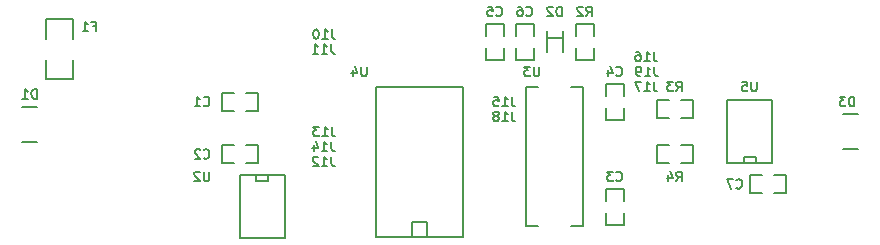
<source format=gbr>
G04 #@! TF.GenerationSoftware,KiCad,Pcbnew,5.0.0-fee4fd1~66~ubuntu16.04.1*
G04 #@! TF.CreationDate,2018-09-26T21:25:10+02:00*
G04 #@! TF.ProjectId,bus-splitter,6275732D73706C69747465722E6B6963,A*
G04 #@! TF.SameCoordinates,Original*
G04 #@! TF.FileFunction,Legend,Bot*
G04 #@! TF.FilePolarity,Positive*
%FSLAX46Y46*%
G04 Gerber Fmt 4.6, Leading zero omitted, Abs format (unit mm)*
G04 Created by KiCad (PCBNEW 5.0.0-fee4fd1~66~ubuntu16.04.1) date Wed Sep 26 21:25:10 2018*
%MOMM*%
%LPD*%
G01*
G04 APERTURE LIST*
%ADD10C,0.150000*%
G04 APERTURE END LIST*
D10*
G04 #@! TO.C,C1*
X128016000Y-84582000D02*
X129032000Y-84582000D01*
X128016000Y-83058000D02*
X128016000Y-84582000D01*
X129032000Y-83058000D02*
X128016000Y-83058000D01*
X131064000Y-83058000D02*
X130048000Y-83058000D01*
X131064000Y-84582000D02*
X131064000Y-83058000D01*
X130048000Y-84582000D02*
X131064000Y-84582000D01*
G04 #@! TO.C,C2*
X128016000Y-89027000D02*
X129032000Y-89027000D01*
X128016000Y-87503000D02*
X128016000Y-89027000D01*
X129032000Y-87503000D02*
X128016000Y-87503000D01*
X131064000Y-87503000D02*
X130048000Y-87503000D01*
X131064000Y-89027000D02*
X131064000Y-87503000D01*
X130048000Y-89027000D02*
X131064000Y-89027000D01*
G04 #@! TO.C,C3*
X160528000Y-91186000D02*
X160528000Y-92202000D01*
X162052000Y-91186000D02*
X160528000Y-91186000D01*
X162052000Y-92202000D02*
X162052000Y-91186000D01*
X162052000Y-94234000D02*
X162052000Y-93218000D01*
X160528000Y-94234000D02*
X162052000Y-94234000D01*
X160528000Y-93218000D02*
X160528000Y-94234000D01*
G04 #@! TO.C,C4*
X162052000Y-85344000D02*
X162052000Y-84328000D01*
X160528000Y-85344000D02*
X162052000Y-85344000D01*
X160528000Y-84328000D02*
X160528000Y-85344000D01*
X160528000Y-82296000D02*
X160528000Y-83312000D01*
X162052000Y-82296000D02*
X160528000Y-82296000D01*
X162052000Y-83312000D02*
X162052000Y-82296000D01*
G04 #@! TO.C,C5*
X151892000Y-80264000D02*
X151892000Y-79248000D01*
X150368000Y-80264000D02*
X151892000Y-80264000D01*
X150368000Y-79248000D02*
X150368000Y-80264000D01*
X150368000Y-77216000D02*
X150368000Y-78232000D01*
X151892000Y-77216000D02*
X150368000Y-77216000D01*
X151892000Y-78232000D02*
X151892000Y-77216000D01*
G04 #@! TO.C,C6*
X152908000Y-77216000D02*
X152908000Y-78232000D01*
X154432000Y-77216000D02*
X152908000Y-77216000D01*
X154432000Y-78232000D02*
X154432000Y-77216000D01*
X154432000Y-80264000D02*
X154432000Y-79248000D01*
X152908000Y-80264000D02*
X154432000Y-80264000D01*
X152908000Y-79248000D02*
X152908000Y-80264000D01*
G04 #@! TO.C,C7*
X175831500Y-90043000D02*
X174815500Y-90043000D01*
X175831500Y-91567000D02*
X175831500Y-90043000D01*
X174815500Y-91567000D02*
X175831500Y-91567000D01*
X172783500Y-91567000D02*
X173799500Y-91567000D01*
X172783500Y-90043000D02*
X172783500Y-91567000D01*
X173799500Y-90043000D02*
X172783500Y-90043000D01*
G04 #@! TO.C,D1*
X111110000Y-84225000D02*
X112410000Y-84225000D01*
X111110000Y-87225000D02*
X112410000Y-87225000D01*
G04 #@! TO.C,D2*
X155534360Y-77840840D02*
X155534360Y-79639160D01*
X156885640Y-79639160D02*
X156885640Y-77840840D01*
X156885640Y-78389480D02*
X155534360Y-78389480D01*
G04 #@! TO.C,D3*
X181940000Y-87860000D02*
X180640000Y-87860000D01*
X181940000Y-84860000D02*
X180640000Y-84860000D01*
G04 #@! TO.C,F1*
X115443000Y-80264000D02*
X115443000Y-81915000D01*
X113157000Y-76835000D02*
X113157000Y-78486000D01*
X115443000Y-76835000D02*
X113157000Y-76835000D01*
X115443000Y-78486000D02*
X115443000Y-76835000D01*
X113157000Y-81915000D02*
X113157000Y-80264000D01*
X115443000Y-81915000D02*
X113157000Y-81915000D01*
G04 #@! TO.C,R2*
X159512000Y-80264000D02*
X159512000Y-79248000D01*
X157988000Y-80264000D02*
X159512000Y-80264000D01*
X157988000Y-79248000D02*
X157988000Y-80264000D01*
X157988000Y-77216000D02*
X157988000Y-78232000D01*
X159512000Y-77216000D02*
X157988000Y-77216000D01*
X159512000Y-78232000D02*
X159512000Y-77216000D01*
G04 #@! TO.C,R3*
X167894000Y-83693000D02*
X166878000Y-83693000D01*
X167894000Y-85217000D02*
X167894000Y-83693000D01*
X166878000Y-85217000D02*
X167894000Y-85217000D01*
X164846000Y-85217000D02*
X165862000Y-85217000D01*
X164846000Y-83693000D02*
X164846000Y-85217000D01*
X165862000Y-83693000D02*
X164846000Y-83693000D01*
G04 #@! TO.C,R4*
X167894000Y-87503000D02*
X166878000Y-87503000D01*
X167894000Y-89027000D02*
X167894000Y-87503000D01*
X166878000Y-89027000D02*
X167894000Y-89027000D01*
X164846000Y-89027000D02*
X165862000Y-89027000D01*
X164846000Y-87503000D02*
X164846000Y-89027000D01*
X165862000Y-87503000D02*
X164846000Y-87503000D01*
G04 #@! TO.C,U2*
X129540000Y-95377000D02*
X133350000Y-95377000D01*
X131953000Y-90551000D02*
X131953000Y-90043000D01*
X130937000Y-90551000D02*
X131953000Y-90551000D01*
X130937000Y-90043000D02*
X130937000Y-90551000D01*
X129540000Y-90043000D02*
X133223000Y-90043000D01*
X129540000Y-95377000D02*
X129540000Y-90043000D01*
X133350000Y-90043000D02*
X133350000Y-95377000D01*
X133223000Y-90043000D02*
X133350000Y-90043000D01*
G04 #@! TO.C,U3*
X153809700Y-94361000D02*
X153809700Y-82560160D01*
X158610300Y-82560160D02*
X158610300Y-94361000D01*
X158610300Y-94361000D02*
X157609540Y-94361000D01*
X153809700Y-94361000D02*
X154810460Y-94361000D01*
X153809700Y-82560160D02*
X154810460Y-82560160D01*
X158610300Y-82560160D02*
X157609540Y-82560160D01*
G04 #@! TO.C,U4*
X144145000Y-93980000D02*
X144145000Y-95250000D01*
X145415000Y-93980000D02*
X144145000Y-93980000D01*
X145415000Y-95250000D02*
X145415000Y-93980000D01*
X148463000Y-95250000D02*
X148463000Y-82550000D01*
X141097000Y-82550000D02*
X141097000Y-95250000D01*
X148463000Y-95250000D02*
X141097000Y-95250000D01*
X141097000Y-82550000D02*
X148463000Y-82550000D01*
G04 #@! TO.C,U5*
X174625000Y-83693000D02*
X170815000Y-83693000D01*
X172212000Y-88519000D02*
X172212000Y-89027000D01*
X173228000Y-88519000D02*
X172212000Y-88519000D01*
X173228000Y-89027000D02*
X173228000Y-88519000D01*
X174625000Y-89027000D02*
X170942000Y-89027000D01*
X174625000Y-83693000D02*
X174625000Y-89027000D01*
X170815000Y-89027000D02*
X170815000Y-83693000D01*
X170942000Y-89027000D02*
X170815000Y-89027000D01*
G04 #@! TO.C,C1*
X126498333Y-84105714D02*
X126536428Y-84143809D01*
X126650714Y-84181904D01*
X126726904Y-84181904D01*
X126841190Y-84143809D01*
X126917380Y-84067619D01*
X126955476Y-83991428D01*
X126993571Y-83839047D01*
X126993571Y-83724761D01*
X126955476Y-83572380D01*
X126917380Y-83496190D01*
X126841190Y-83420000D01*
X126726904Y-83381904D01*
X126650714Y-83381904D01*
X126536428Y-83420000D01*
X126498333Y-83458095D01*
X125736428Y-84181904D02*
X126193571Y-84181904D01*
X125965000Y-84181904D02*
X125965000Y-83381904D01*
X126041190Y-83496190D01*
X126117380Y-83572380D01*
X126193571Y-83610476D01*
G04 #@! TO.C,C2*
X126498333Y-88550714D02*
X126536428Y-88588809D01*
X126650714Y-88626904D01*
X126726904Y-88626904D01*
X126841190Y-88588809D01*
X126917380Y-88512619D01*
X126955476Y-88436428D01*
X126993571Y-88284047D01*
X126993571Y-88169761D01*
X126955476Y-88017380D01*
X126917380Y-87941190D01*
X126841190Y-87865000D01*
X126726904Y-87826904D01*
X126650714Y-87826904D01*
X126536428Y-87865000D01*
X126498333Y-87903095D01*
X126193571Y-87903095D02*
X126155476Y-87865000D01*
X126079285Y-87826904D01*
X125888809Y-87826904D01*
X125812619Y-87865000D01*
X125774523Y-87903095D01*
X125736428Y-87979285D01*
X125736428Y-88055476D01*
X125774523Y-88169761D01*
X126231666Y-88626904D01*
X125736428Y-88626904D01*
G04 #@! TO.C,C3*
X161423333Y-90455714D02*
X161461428Y-90493809D01*
X161575714Y-90531904D01*
X161651904Y-90531904D01*
X161766190Y-90493809D01*
X161842380Y-90417619D01*
X161880476Y-90341428D01*
X161918571Y-90189047D01*
X161918571Y-90074761D01*
X161880476Y-89922380D01*
X161842380Y-89846190D01*
X161766190Y-89770000D01*
X161651904Y-89731904D01*
X161575714Y-89731904D01*
X161461428Y-89770000D01*
X161423333Y-89808095D01*
X161156666Y-89731904D02*
X160661428Y-89731904D01*
X160928095Y-90036666D01*
X160813809Y-90036666D01*
X160737619Y-90074761D01*
X160699523Y-90112857D01*
X160661428Y-90189047D01*
X160661428Y-90379523D01*
X160699523Y-90455714D01*
X160737619Y-90493809D01*
X160813809Y-90531904D01*
X161042380Y-90531904D01*
X161118571Y-90493809D01*
X161156666Y-90455714D01*
G04 #@! TO.C,C4*
X161423333Y-81565714D02*
X161461428Y-81603809D01*
X161575714Y-81641904D01*
X161651904Y-81641904D01*
X161766190Y-81603809D01*
X161842380Y-81527619D01*
X161880476Y-81451428D01*
X161918571Y-81299047D01*
X161918571Y-81184761D01*
X161880476Y-81032380D01*
X161842380Y-80956190D01*
X161766190Y-80880000D01*
X161651904Y-80841904D01*
X161575714Y-80841904D01*
X161461428Y-80880000D01*
X161423333Y-80918095D01*
X160737619Y-81108571D02*
X160737619Y-81641904D01*
X160928095Y-80803809D02*
X161118571Y-81375238D01*
X160623333Y-81375238D01*
G04 #@! TO.C,C5*
X151263333Y-76485714D02*
X151301428Y-76523809D01*
X151415714Y-76561904D01*
X151491904Y-76561904D01*
X151606190Y-76523809D01*
X151682380Y-76447619D01*
X151720476Y-76371428D01*
X151758571Y-76219047D01*
X151758571Y-76104761D01*
X151720476Y-75952380D01*
X151682380Y-75876190D01*
X151606190Y-75800000D01*
X151491904Y-75761904D01*
X151415714Y-75761904D01*
X151301428Y-75800000D01*
X151263333Y-75838095D01*
X150539523Y-75761904D02*
X150920476Y-75761904D01*
X150958571Y-76142857D01*
X150920476Y-76104761D01*
X150844285Y-76066666D01*
X150653809Y-76066666D01*
X150577619Y-76104761D01*
X150539523Y-76142857D01*
X150501428Y-76219047D01*
X150501428Y-76409523D01*
X150539523Y-76485714D01*
X150577619Y-76523809D01*
X150653809Y-76561904D01*
X150844285Y-76561904D01*
X150920476Y-76523809D01*
X150958571Y-76485714D01*
G04 #@! TO.C,C6*
X153803333Y-76485714D02*
X153841428Y-76523809D01*
X153955714Y-76561904D01*
X154031904Y-76561904D01*
X154146190Y-76523809D01*
X154222380Y-76447619D01*
X154260476Y-76371428D01*
X154298571Y-76219047D01*
X154298571Y-76104761D01*
X154260476Y-75952380D01*
X154222380Y-75876190D01*
X154146190Y-75800000D01*
X154031904Y-75761904D01*
X153955714Y-75761904D01*
X153841428Y-75800000D01*
X153803333Y-75838095D01*
X153117619Y-75761904D02*
X153270000Y-75761904D01*
X153346190Y-75800000D01*
X153384285Y-75838095D01*
X153460476Y-75952380D01*
X153498571Y-76104761D01*
X153498571Y-76409523D01*
X153460476Y-76485714D01*
X153422380Y-76523809D01*
X153346190Y-76561904D01*
X153193809Y-76561904D01*
X153117619Y-76523809D01*
X153079523Y-76485714D01*
X153041428Y-76409523D01*
X153041428Y-76219047D01*
X153079523Y-76142857D01*
X153117619Y-76104761D01*
X153193809Y-76066666D01*
X153346190Y-76066666D01*
X153422380Y-76104761D01*
X153460476Y-76142857D01*
X153498571Y-76219047D01*
G04 #@! TO.C,C7*
X171583333Y-91090714D02*
X171621428Y-91128809D01*
X171735714Y-91166904D01*
X171811904Y-91166904D01*
X171926190Y-91128809D01*
X172002380Y-91052619D01*
X172040476Y-90976428D01*
X172078571Y-90824047D01*
X172078571Y-90709761D01*
X172040476Y-90557380D01*
X172002380Y-90481190D01*
X171926190Y-90405000D01*
X171811904Y-90366904D01*
X171735714Y-90366904D01*
X171621428Y-90405000D01*
X171583333Y-90443095D01*
X171316666Y-90366904D02*
X170783333Y-90366904D01*
X171126190Y-91166904D01*
G04 #@! TO.C,D1*
X112350476Y-83546904D02*
X112350476Y-82746904D01*
X112160000Y-82746904D01*
X112045714Y-82785000D01*
X111969523Y-82861190D01*
X111931428Y-82937380D01*
X111893333Y-83089761D01*
X111893333Y-83204047D01*
X111931428Y-83356428D01*
X111969523Y-83432619D01*
X112045714Y-83508809D01*
X112160000Y-83546904D01*
X112350476Y-83546904D01*
X111131428Y-83546904D02*
X111588571Y-83546904D01*
X111360000Y-83546904D02*
X111360000Y-82746904D01*
X111436190Y-82861190D01*
X111512380Y-82937380D01*
X111588571Y-82975476D01*
G04 #@! TO.C,D2*
X156800476Y-76561904D02*
X156800476Y-75761904D01*
X156610000Y-75761904D01*
X156495714Y-75800000D01*
X156419523Y-75876190D01*
X156381428Y-75952380D01*
X156343333Y-76104761D01*
X156343333Y-76219047D01*
X156381428Y-76371428D01*
X156419523Y-76447619D01*
X156495714Y-76523809D01*
X156610000Y-76561904D01*
X156800476Y-76561904D01*
X156038571Y-75838095D02*
X156000476Y-75800000D01*
X155924285Y-75761904D01*
X155733809Y-75761904D01*
X155657619Y-75800000D01*
X155619523Y-75838095D01*
X155581428Y-75914285D01*
X155581428Y-75990476D01*
X155619523Y-76104761D01*
X156076666Y-76561904D01*
X155581428Y-76561904D01*
G04 #@! TO.C,D3*
X181565476Y-84181904D02*
X181565476Y-83381904D01*
X181375000Y-83381904D01*
X181260714Y-83420000D01*
X181184523Y-83496190D01*
X181146428Y-83572380D01*
X181108333Y-83724761D01*
X181108333Y-83839047D01*
X181146428Y-83991428D01*
X181184523Y-84067619D01*
X181260714Y-84143809D01*
X181375000Y-84181904D01*
X181565476Y-84181904D01*
X180841666Y-83381904D02*
X180346428Y-83381904D01*
X180613095Y-83686666D01*
X180498809Y-83686666D01*
X180422619Y-83724761D01*
X180384523Y-83762857D01*
X180346428Y-83839047D01*
X180346428Y-84029523D01*
X180384523Y-84105714D01*
X180422619Y-84143809D01*
X180498809Y-84181904D01*
X180727380Y-84181904D01*
X180803571Y-84143809D01*
X180841666Y-84105714D01*
G04 #@! TO.C,F1*
X117106666Y-77412857D02*
X117373333Y-77412857D01*
X117373333Y-77831904D02*
X117373333Y-77031904D01*
X116992380Y-77031904D01*
X116268571Y-77831904D02*
X116725714Y-77831904D01*
X116497142Y-77831904D02*
X116497142Y-77031904D01*
X116573333Y-77146190D01*
X116649523Y-77222380D01*
X116725714Y-77260476D01*
G04 #@! TO.C,R2*
X158883333Y-76561904D02*
X159150000Y-76180952D01*
X159340476Y-76561904D02*
X159340476Y-75761904D01*
X159035714Y-75761904D01*
X158959523Y-75800000D01*
X158921428Y-75838095D01*
X158883333Y-75914285D01*
X158883333Y-76028571D01*
X158921428Y-76104761D01*
X158959523Y-76142857D01*
X159035714Y-76180952D01*
X159340476Y-76180952D01*
X158578571Y-75838095D02*
X158540476Y-75800000D01*
X158464285Y-75761904D01*
X158273809Y-75761904D01*
X158197619Y-75800000D01*
X158159523Y-75838095D01*
X158121428Y-75914285D01*
X158121428Y-75990476D01*
X158159523Y-76104761D01*
X158616666Y-76561904D01*
X158121428Y-76561904D01*
G04 #@! TO.C,R3*
X166503333Y-82911904D02*
X166770000Y-82530952D01*
X166960476Y-82911904D02*
X166960476Y-82111904D01*
X166655714Y-82111904D01*
X166579523Y-82150000D01*
X166541428Y-82188095D01*
X166503333Y-82264285D01*
X166503333Y-82378571D01*
X166541428Y-82454761D01*
X166579523Y-82492857D01*
X166655714Y-82530952D01*
X166960476Y-82530952D01*
X166236666Y-82111904D02*
X165741428Y-82111904D01*
X166008095Y-82416666D01*
X165893809Y-82416666D01*
X165817619Y-82454761D01*
X165779523Y-82492857D01*
X165741428Y-82569047D01*
X165741428Y-82759523D01*
X165779523Y-82835714D01*
X165817619Y-82873809D01*
X165893809Y-82911904D01*
X166122380Y-82911904D01*
X166198571Y-82873809D01*
X166236666Y-82835714D01*
G04 #@! TO.C,R4*
X166503333Y-90531904D02*
X166770000Y-90150952D01*
X166960476Y-90531904D02*
X166960476Y-89731904D01*
X166655714Y-89731904D01*
X166579523Y-89770000D01*
X166541428Y-89808095D01*
X166503333Y-89884285D01*
X166503333Y-89998571D01*
X166541428Y-90074761D01*
X166579523Y-90112857D01*
X166655714Y-90150952D01*
X166960476Y-90150952D01*
X165817619Y-89998571D02*
X165817619Y-90531904D01*
X166008095Y-89693809D02*
X166198571Y-90265238D01*
X165703333Y-90265238D01*
G04 #@! TO.C,U2*
X126974523Y-89731904D02*
X126974523Y-90379523D01*
X126936428Y-90455714D01*
X126898333Y-90493809D01*
X126822142Y-90531904D01*
X126669761Y-90531904D01*
X126593571Y-90493809D01*
X126555476Y-90455714D01*
X126517380Y-90379523D01*
X126517380Y-89731904D01*
X126174523Y-89808095D02*
X126136428Y-89770000D01*
X126060238Y-89731904D01*
X125869761Y-89731904D01*
X125793571Y-89770000D01*
X125755476Y-89808095D01*
X125717380Y-89884285D01*
X125717380Y-89960476D01*
X125755476Y-90074761D01*
X126212619Y-90531904D01*
X125717380Y-90531904D01*
G04 #@! TO.C,U3*
X154914523Y-80841904D02*
X154914523Y-81489523D01*
X154876428Y-81565714D01*
X154838333Y-81603809D01*
X154762142Y-81641904D01*
X154609761Y-81641904D01*
X154533571Y-81603809D01*
X154495476Y-81565714D01*
X154457380Y-81489523D01*
X154457380Y-80841904D01*
X154152619Y-80841904D02*
X153657380Y-80841904D01*
X153924047Y-81146666D01*
X153809761Y-81146666D01*
X153733571Y-81184761D01*
X153695476Y-81222857D01*
X153657380Y-81299047D01*
X153657380Y-81489523D01*
X153695476Y-81565714D01*
X153733571Y-81603809D01*
X153809761Y-81641904D01*
X154038333Y-81641904D01*
X154114523Y-81603809D01*
X154152619Y-81565714D01*
G04 #@! TO.C,U4*
X140309523Y-80841904D02*
X140309523Y-81489523D01*
X140271428Y-81565714D01*
X140233333Y-81603809D01*
X140157142Y-81641904D01*
X140004761Y-81641904D01*
X139928571Y-81603809D01*
X139890476Y-81565714D01*
X139852380Y-81489523D01*
X139852380Y-80841904D01*
X139128571Y-81108571D02*
X139128571Y-81641904D01*
X139319047Y-80803809D02*
X139509523Y-81375238D01*
X139014285Y-81375238D01*
G04 #@! TO.C,U5*
X173329523Y-82111904D02*
X173329523Y-82759523D01*
X173291428Y-82835714D01*
X173253333Y-82873809D01*
X173177142Y-82911904D01*
X173024761Y-82911904D01*
X172948571Y-82873809D01*
X172910476Y-82835714D01*
X172872380Y-82759523D01*
X172872380Y-82111904D01*
X172110476Y-82111904D02*
X172491428Y-82111904D01*
X172529523Y-82492857D01*
X172491428Y-82454761D01*
X172415238Y-82416666D01*
X172224761Y-82416666D01*
X172148571Y-82454761D01*
X172110476Y-82492857D01*
X172072380Y-82569047D01*
X172072380Y-82759523D01*
X172110476Y-82835714D01*
X172148571Y-82873809D01*
X172224761Y-82911904D01*
X172415238Y-82911904D01*
X172491428Y-82873809D01*
X172529523Y-82835714D01*
G04 #@! TO.C,J10*
X137349619Y-77666904D02*
X137349619Y-78238333D01*
X137387714Y-78352619D01*
X137463904Y-78428809D01*
X137578190Y-78466904D01*
X137654380Y-78466904D01*
X136549619Y-78466904D02*
X137006761Y-78466904D01*
X136778190Y-78466904D02*
X136778190Y-77666904D01*
X136854380Y-77781190D01*
X136930571Y-77857380D01*
X137006761Y-77895476D01*
X136054380Y-77666904D02*
X135978190Y-77666904D01*
X135902000Y-77705000D01*
X135863904Y-77743095D01*
X135825809Y-77819285D01*
X135787714Y-77971666D01*
X135787714Y-78162142D01*
X135825809Y-78314523D01*
X135863904Y-78390714D01*
X135902000Y-78428809D01*
X135978190Y-78466904D01*
X136054380Y-78466904D01*
X136130571Y-78428809D01*
X136168666Y-78390714D01*
X136206761Y-78314523D01*
X136244857Y-78162142D01*
X136244857Y-77971666D01*
X136206761Y-77819285D01*
X136168666Y-77743095D01*
X136130571Y-77705000D01*
X136054380Y-77666904D01*
G04 #@! TO.C,J11*
X137299619Y-78936904D02*
X137299619Y-79508333D01*
X137337714Y-79622619D01*
X137413904Y-79698809D01*
X137528190Y-79736904D01*
X137604380Y-79736904D01*
X136499619Y-79736904D02*
X136956761Y-79736904D01*
X136728190Y-79736904D02*
X136728190Y-78936904D01*
X136804380Y-79051190D01*
X136880571Y-79127380D01*
X136956761Y-79165476D01*
X135737714Y-79736904D02*
X136194857Y-79736904D01*
X135966285Y-79736904D02*
X135966285Y-78936904D01*
X136042476Y-79051190D01*
X136118666Y-79127380D01*
X136194857Y-79165476D01*
G04 #@! TO.C,J12*
X137299619Y-88461904D02*
X137299619Y-89033333D01*
X137337714Y-89147619D01*
X137413904Y-89223809D01*
X137528190Y-89261904D01*
X137604380Y-89261904D01*
X136499619Y-89261904D02*
X136956761Y-89261904D01*
X136728190Y-89261904D02*
X136728190Y-88461904D01*
X136804380Y-88576190D01*
X136880571Y-88652380D01*
X136956761Y-88690476D01*
X136194857Y-88538095D02*
X136156761Y-88500000D01*
X136080571Y-88461904D01*
X135890095Y-88461904D01*
X135813904Y-88500000D01*
X135775809Y-88538095D01*
X135737714Y-88614285D01*
X135737714Y-88690476D01*
X135775809Y-88804761D01*
X136232952Y-89261904D01*
X135737714Y-89261904D01*
G04 #@! TO.C,J13*
X137349619Y-85921904D02*
X137349619Y-86493333D01*
X137387714Y-86607619D01*
X137463904Y-86683809D01*
X137578190Y-86721904D01*
X137654380Y-86721904D01*
X136549619Y-86721904D02*
X137006761Y-86721904D01*
X136778190Y-86721904D02*
X136778190Y-85921904D01*
X136854380Y-86036190D01*
X136930571Y-86112380D01*
X137006761Y-86150476D01*
X136282952Y-85921904D02*
X135787714Y-85921904D01*
X136054380Y-86226666D01*
X135940095Y-86226666D01*
X135863904Y-86264761D01*
X135825809Y-86302857D01*
X135787714Y-86379047D01*
X135787714Y-86569523D01*
X135825809Y-86645714D01*
X135863904Y-86683809D01*
X135940095Y-86721904D01*
X136168666Y-86721904D01*
X136244857Y-86683809D01*
X136282952Y-86645714D01*
G04 #@! TO.C,J14*
X137299619Y-87191904D02*
X137299619Y-87763333D01*
X137337714Y-87877619D01*
X137413904Y-87953809D01*
X137528190Y-87991904D01*
X137604380Y-87991904D01*
X136499619Y-87991904D02*
X136956761Y-87991904D01*
X136728190Y-87991904D02*
X136728190Y-87191904D01*
X136804380Y-87306190D01*
X136880571Y-87382380D01*
X136956761Y-87420476D01*
X135813904Y-87458571D02*
X135813904Y-87991904D01*
X136004380Y-87153809D02*
X136194857Y-87725238D01*
X135699619Y-87725238D01*
G04 #@! TO.C,J15*
X152589619Y-83381904D02*
X152589619Y-83953333D01*
X152627714Y-84067619D01*
X152703904Y-84143809D01*
X152818190Y-84181904D01*
X152894380Y-84181904D01*
X151789619Y-84181904D02*
X152246761Y-84181904D01*
X152018190Y-84181904D02*
X152018190Y-83381904D01*
X152094380Y-83496190D01*
X152170571Y-83572380D01*
X152246761Y-83610476D01*
X151065809Y-83381904D02*
X151446761Y-83381904D01*
X151484857Y-83762857D01*
X151446761Y-83724761D01*
X151370571Y-83686666D01*
X151180095Y-83686666D01*
X151103904Y-83724761D01*
X151065809Y-83762857D01*
X151027714Y-83839047D01*
X151027714Y-84029523D01*
X151065809Y-84105714D01*
X151103904Y-84143809D01*
X151180095Y-84181904D01*
X151370571Y-84181904D01*
X151446761Y-84143809D01*
X151484857Y-84105714D01*
G04 #@! TO.C,J16*
X164604619Y-79571904D02*
X164604619Y-80143333D01*
X164642714Y-80257619D01*
X164718904Y-80333809D01*
X164833190Y-80371904D01*
X164909380Y-80371904D01*
X163804619Y-80371904D02*
X164261761Y-80371904D01*
X164033190Y-80371904D02*
X164033190Y-79571904D01*
X164109380Y-79686190D01*
X164185571Y-79762380D01*
X164261761Y-79800476D01*
X163118904Y-79571904D02*
X163271285Y-79571904D01*
X163347476Y-79610000D01*
X163385571Y-79648095D01*
X163461761Y-79762380D01*
X163499857Y-79914761D01*
X163499857Y-80219523D01*
X163461761Y-80295714D01*
X163423666Y-80333809D01*
X163347476Y-80371904D01*
X163195095Y-80371904D01*
X163118904Y-80333809D01*
X163080809Y-80295714D01*
X163042714Y-80219523D01*
X163042714Y-80029047D01*
X163080809Y-79952857D01*
X163118904Y-79914761D01*
X163195095Y-79876666D01*
X163347476Y-79876666D01*
X163423666Y-79914761D01*
X163461761Y-79952857D01*
X163499857Y-80029047D01*
G04 #@! TO.C,J17*
X164604619Y-82111904D02*
X164604619Y-82683333D01*
X164642714Y-82797619D01*
X164718904Y-82873809D01*
X164833190Y-82911904D01*
X164909380Y-82911904D01*
X163804619Y-82911904D02*
X164261761Y-82911904D01*
X164033190Y-82911904D02*
X164033190Y-82111904D01*
X164109380Y-82226190D01*
X164185571Y-82302380D01*
X164261761Y-82340476D01*
X163537952Y-82111904D02*
X163004619Y-82111904D01*
X163347476Y-82911904D01*
G04 #@! TO.C,J18*
X152589619Y-84651904D02*
X152589619Y-85223333D01*
X152627714Y-85337619D01*
X152703904Y-85413809D01*
X152818190Y-85451904D01*
X152894380Y-85451904D01*
X151789619Y-85451904D02*
X152246761Y-85451904D01*
X152018190Y-85451904D02*
X152018190Y-84651904D01*
X152094380Y-84766190D01*
X152170571Y-84842380D01*
X152246761Y-84880476D01*
X151332476Y-84994761D02*
X151408666Y-84956666D01*
X151446761Y-84918571D01*
X151484857Y-84842380D01*
X151484857Y-84804285D01*
X151446761Y-84728095D01*
X151408666Y-84690000D01*
X151332476Y-84651904D01*
X151180095Y-84651904D01*
X151103904Y-84690000D01*
X151065809Y-84728095D01*
X151027714Y-84804285D01*
X151027714Y-84842380D01*
X151065809Y-84918571D01*
X151103904Y-84956666D01*
X151180095Y-84994761D01*
X151332476Y-84994761D01*
X151408666Y-85032857D01*
X151446761Y-85070952D01*
X151484857Y-85147142D01*
X151484857Y-85299523D01*
X151446761Y-85375714D01*
X151408666Y-85413809D01*
X151332476Y-85451904D01*
X151180095Y-85451904D01*
X151103904Y-85413809D01*
X151065809Y-85375714D01*
X151027714Y-85299523D01*
X151027714Y-85147142D01*
X151065809Y-85070952D01*
X151103904Y-85032857D01*
X151180095Y-84994761D01*
G04 #@! TO.C,J19*
X164654619Y-80841904D02*
X164654619Y-81413333D01*
X164692714Y-81527619D01*
X164768904Y-81603809D01*
X164883190Y-81641904D01*
X164959380Y-81641904D01*
X163854619Y-81641904D02*
X164311761Y-81641904D01*
X164083190Y-81641904D02*
X164083190Y-80841904D01*
X164159380Y-80956190D01*
X164235571Y-81032380D01*
X164311761Y-81070476D01*
X163473666Y-81641904D02*
X163321285Y-81641904D01*
X163245095Y-81603809D01*
X163207000Y-81565714D01*
X163130809Y-81451428D01*
X163092714Y-81299047D01*
X163092714Y-80994285D01*
X163130809Y-80918095D01*
X163168904Y-80880000D01*
X163245095Y-80841904D01*
X163397476Y-80841904D01*
X163473666Y-80880000D01*
X163511761Y-80918095D01*
X163549857Y-80994285D01*
X163549857Y-81184761D01*
X163511761Y-81260952D01*
X163473666Y-81299047D01*
X163397476Y-81337142D01*
X163245095Y-81337142D01*
X163168904Y-81299047D01*
X163130809Y-81260952D01*
X163092714Y-81184761D01*
G04 #@! TD*
M02*

</source>
